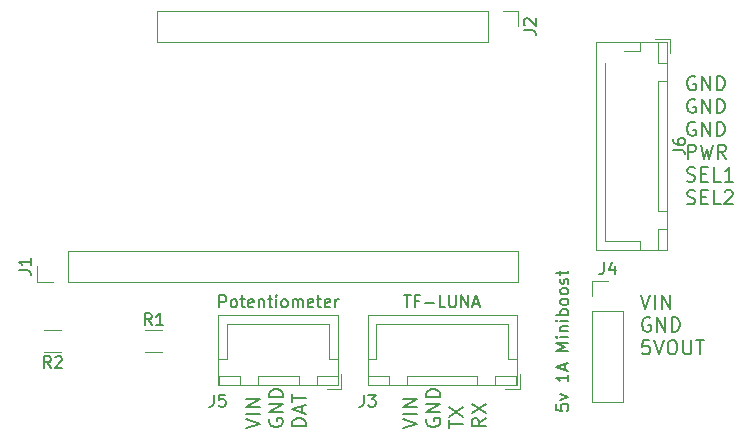
<source format=gbr>
%TF.GenerationSoftware,KiCad,Pcbnew,7.0.7*%
%TF.CreationDate,2024-04-28T08:46:17+01:00*%
%TF.ProjectId,LRF45,4c524634-352e-46b6-9963-61645f706362,rev?*%
%TF.SameCoordinates,Original*%
%TF.FileFunction,Legend,Top*%
%TF.FilePolarity,Positive*%
%FSLAX46Y46*%
G04 Gerber Fmt 4.6, Leading zero omitted, Abs format (unit mm)*
G04 Created by KiCad (PCBNEW 7.0.7) date 2024-04-28 08:46:17*
%MOMM*%
%LPD*%
G01*
G04 APERTURE LIST*
%ADD10C,0.200000*%
%ADD11C,0.150000*%
%ADD12C,0.120000*%
G04 APERTURE END LIST*
D10*
X124318742Y-135644136D02*
X125518742Y-135244136D01*
X125518742Y-135244136D02*
X124318742Y-134844136D01*
X125518742Y-134444136D02*
X124318742Y-134444136D01*
X125518742Y-133872707D02*
X124318742Y-133872707D01*
X124318742Y-133872707D02*
X125518742Y-133186993D01*
X125518742Y-133186993D02*
X124318742Y-133186993D01*
X126307885Y-134844136D02*
X126250742Y-134958422D01*
X126250742Y-134958422D02*
X126250742Y-135129850D01*
X126250742Y-135129850D02*
X126307885Y-135301279D01*
X126307885Y-135301279D02*
X126422171Y-135415564D01*
X126422171Y-135415564D02*
X126536457Y-135472707D01*
X126536457Y-135472707D02*
X126765028Y-135529850D01*
X126765028Y-135529850D02*
X126936457Y-135529850D01*
X126936457Y-135529850D02*
X127165028Y-135472707D01*
X127165028Y-135472707D02*
X127279314Y-135415564D01*
X127279314Y-135415564D02*
X127393600Y-135301279D01*
X127393600Y-135301279D02*
X127450742Y-135129850D01*
X127450742Y-135129850D02*
X127450742Y-135015564D01*
X127450742Y-135015564D02*
X127393600Y-134844136D01*
X127393600Y-134844136D02*
X127336457Y-134786993D01*
X127336457Y-134786993D02*
X126936457Y-134786993D01*
X126936457Y-134786993D02*
X126936457Y-135015564D01*
X127450742Y-134272707D02*
X126250742Y-134272707D01*
X126250742Y-134272707D02*
X127450742Y-133586993D01*
X127450742Y-133586993D02*
X126250742Y-133586993D01*
X127450742Y-133015564D02*
X126250742Y-133015564D01*
X126250742Y-133015564D02*
X126250742Y-132729850D01*
X126250742Y-132729850D02*
X126307885Y-132558421D01*
X126307885Y-132558421D02*
X126422171Y-132444136D01*
X126422171Y-132444136D02*
X126536457Y-132386993D01*
X126536457Y-132386993D02*
X126765028Y-132329850D01*
X126765028Y-132329850D02*
X126936457Y-132329850D01*
X126936457Y-132329850D02*
X127165028Y-132386993D01*
X127165028Y-132386993D02*
X127279314Y-132444136D01*
X127279314Y-132444136D02*
X127393600Y-132558421D01*
X127393600Y-132558421D02*
X127450742Y-132729850D01*
X127450742Y-132729850D02*
X127450742Y-133015564D01*
X129382742Y-135472707D02*
X128182742Y-135472707D01*
X128182742Y-135472707D02*
X128182742Y-135186993D01*
X128182742Y-135186993D02*
X128239885Y-135015564D01*
X128239885Y-135015564D02*
X128354171Y-134901279D01*
X128354171Y-134901279D02*
X128468457Y-134844136D01*
X128468457Y-134844136D02*
X128697028Y-134786993D01*
X128697028Y-134786993D02*
X128868457Y-134786993D01*
X128868457Y-134786993D02*
X129097028Y-134844136D01*
X129097028Y-134844136D02*
X129211314Y-134901279D01*
X129211314Y-134901279D02*
X129325600Y-135015564D01*
X129325600Y-135015564D02*
X129382742Y-135186993D01*
X129382742Y-135186993D02*
X129382742Y-135472707D01*
X129039885Y-134329850D02*
X129039885Y-133758422D01*
X129382742Y-134444136D02*
X128182742Y-134044136D01*
X128182742Y-134044136D02*
X129382742Y-133644136D01*
X128182742Y-133415565D02*
X128182742Y-132729851D01*
X129382742Y-133072708D02*
X128182742Y-133072708D01*
X157725863Y-124318742D02*
X158125863Y-125518742D01*
X158125863Y-125518742D02*
X158525863Y-124318742D01*
X158925863Y-125518742D02*
X158925863Y-124318742D01*
X159497292Y-125518742D02*
X159497292Y-124318742D01*
X159497292Y-124318742D02*
X160183006Y-125518742D01*
X160183006Y-125518742D02*
X160183006Y-124318742D01*
X158525863Y-126307885D02*
X158411578Y-126250742D01*
X158411578Y-126250742D02*
X158240149Y-126250742D01*
X158240149Y-126250742D02*
X158068720Y-126307885D01*
X158068720Y-126307885D02*
X157954435Y-126422171D01*
X157954435Y-126422171D02*
X157897292Y-126536457D01*
X157897292Y-126536457D02*
X157840149Y-126765028D01*
X157840149Y-126765028D02*
X157840149Y-126936457D01*
X157840149Y-126936457D02*
X157897292Y-127165028D01*
X157897292Y-127165028D02*
X157954435Y-127279314D01*
X157954435Y-127279314D02*
X158068720Y-127393600D01*
X158068720Y-127393600D02*
X158240149Y-127450742D01*
X158240149Y-127450742D02*
X158354435Y-127450742D01*
X158354435Y-127450742D02*
X158525863Y-127393600D01*
X158525863Y-127393600D02*
X158583006Y-127336457D01*
X158583006Y-127336457D02*
X158583006Y-126936457D01*
X158583006Y-126936457D02*
X158354435Y-126936457D01*
X159097292Y-127450742D02*
X159097292Y-126250742D01*
X159097292Y-126250742D02*
X159783006Y-127450742D01*
X159783006Y-127450742D02*
X159783006Y-126250742D01*
X160354435Y-127450742D02*
X160354435Y-126250742D01*
X160354435Y-126250742D02*
X160640149Y-126250742D01*
X160640149Y-126250742D02*
X160811578Y-126307885D01*
X160811578Y-126307885D02*
X160925863Y-126422171D01*
X160925863Y-126422171D02*
X160983006Y-126536457D01*
X160983006Y-126536457D02*
X161040149Y-126765028D01*
X161040149Y-126765028D02*
X161040149Y-126936457D01*
X161040149Y-126936457D02*
X160983006Y-127165028D01*
X160983006Y-127165028D02*
X160925863Y-127279314D01*
X160925863Y-127279314D02*
X160811578Y-127393600D01*
X160811578Y-127393600D02*
X160640149Y-127450742D01*
X160640149Y-127450742D02*
X160354435Y-127450742D01*
X158468720Y-128182742D02*
X157897292Y-128182742D01*
X157897292Y-128182742D02*
X157840149Y-128754171D01*
X157840149Y-128754171D02*
X157897292Y-128697028D01*
X157897292Y-128697028D02*
X158011578Y-128639885D01*
X158011578Y-128639885D02*
X158297292Y-128639885D01*
X158297292Y-128639885D02*
X158411578Y-128697028D01*
X158411578Y-128697028D02*
X158468720Y-128754171D01*
X158468720Y-128754171D02*
X158525863Y-128868457D01*
X158525863Y-128868457D02*
X158525863Y-129154171D01*
X158525863Y-129154171D02*
X158468720Y-129268457D01*
X158468720Y-129268457D02*
X158411578Y-129325600D01*
X158411578Y-129325600D02*
X158297292Y-129382742D01*
X158297292Y-129382742D02*
X158011578Y-129382742D01*
X158011578Y-129382742D02*
X157897292Y-129325600D01*
X157897292Y-129325600D02*
X157840149Y-129268457D01*
X158868720Y-128182742D02*
X159268720Y-129382742D01*
X159268720Y-129382742D02*
X159668720Y-128182742D01*
X160297291Y-128182742D02*
X160525863Y-128182742D01*
X160525863Y-128182742D02*
X160640148Y-128239885D01*
X160640148Y-128239885D02*
X160754434Y-128354171D01*
X160754434Y-128354171D02*
X160811577Y-128582742D01*
X160811577Y-128582742D02*
X160811577Y-128982742D01*
X160811577Y-128982742D02*
X160754434Y-129211314D01*
X160754434Y-129211314D02*
X160640148Y-129325600D01*
X160640148Y-129325600D02*
X160525863Y-129382742D01*
X160525863Y-129382742D02*
X160297291Y-129382742D01*
X160297291Y-129382742D02*
X160183006Y-129325600D01*
X160183006Y-129325600D02*
X160068720Y-129211314D01*
X160068720Y-129211314D02*
X160011577Y-128982742D01*
X160011577Y-128982742D02*
X160011577Y-128582742D01*
X160011577Y-128582742D02*
X160068720Y-128354171D01*
X160068720Y-128354171D02*
X160183006Y-128239885D01*
X160183006Y-128239885D02*
X160297291Y-128182742D01*
X161325863Y-128182742D02*
X161325863Y-129154171D01*
X161325863Y-129154171D02*
X161383006Y-129268457D01*
X161383006Y-129268457D02*
X161440149Y-129325600D01*
X161440149Y-129325600D02*
X161554434Y-129382742D01*
X161554434Y-129382742D02*
X161783006Y-129382742D01*
X161783006Y-129382742D02*
X161897291Y-129325600D01*
X161897291Y-129325600D02*
X161954434Y-129268457D01*
X161954434Y-129268457D02*
X162011577Y-129154171D01*
X162011577Y-129154171D02*
X162011577Y-128182742D01*
X162411577Y-128182742D02*
X163097292Y-128182742D01*
X162754434Y-129382742D02*
X162754434Y-128182742D01*
X162335863Y-105879885D02*
X162221578Y-105822742D01*
X162221578Y-105822742D02*
X162050149Y-105822742D01*
X162050149Y-105822742D02*
X161878720Y-105879885D01*
X161878720Y-105879885D02*
X161764435Y-105994171D01*
X161764435Y-105994171D02*
X161707292Y-106108457D01*
X161707292Y-106108457D02*
X161650149Y-106337028D01*
X161650149Y-106337028D02*
X161650149Y-106508457D01*
X161650149Y-106508457D02*
X161707292Y-106737028D01*
X161707292Y-106737028D02*
X161764435Y-106851314D01*
X161764435Y-106851314D02*
X161878720Y-106965600D01*
X161878720Y-106965600D02*
X162050149Y-107022742D01*
X162050149Y-107022742D02*
X162164435Y-107022742D01*
X162164435Y-107022742D02*
X162335863Y-106965600D01*
X162335863Y-106965600D02*
X162393006Y-106908457D01*
X162393006Y-106908457D02*
X162393006Y-106508457D01*
X162393006Y-106508457D02*
X162164435Y-106508457D01*
X162907292Y-107022742D02*
X162907292Y-105822742D01*
X162907292Y-105822742D02*
X163593006Y-107022742D01*
X163593006Y-107022742D02*
X163593006Y-105822742D01*
X164164435Y-107022742D02*
X164164435Y-105822742D01*
X164164435Y-105822742D02*
X164450149Y-105822742D01*
X164450149Y-105822742D02*
X164621578Y-105879885D01*
X164621578Y-105879885D02*
X164735863Y-105994171D01*
X164735863Y-105994171D02*
X164793006Y-106108457D01*
X164793006Y-106108457D02*
X164850149Y-106337028D01*
X164850149Y-106337028D02*
X164850149Y-106508457D01*
X164850149Y-106508457D02*
X164793006Y-106737028D01*
X164793006Y-106737028D02*
X164735863Y-106851314D01*
X164735863Y-106851314D02*
X164621578Y-106965600D01*
X164621578Y-106965600D02*
X164450149Y-107022742D01*
X164450149Y-107022742D02*
X164164435Y-107022742D01*
X162335863Y-107811885D02*
X162221578Y-107754742D01*
X162221578Y-107754742D02*
X162050149Y-107754742D01*
X162050149Y-107754742D02*
X161878720Y-107811885D01*
X161878720Y-107811885D02*
X161764435Y-107926171D01*
X161764435Y-107926171D02*
X161707292Y-108040457D01*
X161707292Y-108040457D02*
X161650149Y-108269028D01*
X161650149Y-108269028D02*
X161650149Y-108440457D01*
X161650149Y-108440457D02*
X161707292Y-108669028D01*
X161707292Y-108669028D02*
X161764435Y-108783314D01*
X161764435Y-108783314D02*
X161878720Y-108897600D01*
X161878720Y-108897600D02*
X162050149Y-108954742D01*
X162050149Y-108954742D02*
X162164435Y-108954742D01*
X162164435Y-108954742D02*
X162335863Y-108897600D01*
X162335863Y-108897600D02*
X162393006Y-108840457D01*
X162393006Y-108840457D02*
X162393006Y-108440457D01*
X162393006Y-108440457D02*
X162164435Y-108440457D01*
X162907292Y-108954742D02*
X162907292Y-107754742D01*
X162907292Y-107754742D02*
X163593006Y-108954742D01*
X163593006Y-108954742D02*
X163593006Y-107754742D01*
X164164435Y-108954742D02*
X164164435Y-107754742D01*
X164164435Y-107754742D02*
X164450149Y-107754742D01*
X164450149Y-107754742D02*
X164621578Y-107811885D01*
X164621578Y-107811885D02*
X164735863Y-107926171D01*
X164735863Y-107926171D02*
X164793006Y-108040457D01*
X164793006Y-108040457D02*
X164850149Y-108269028D01*
X164850149Y-108269028D02*
X164850149Y-108440457D01*
X164850149Y-108440457D02*
X164793006Y-108669028D01*
X164793006Y-108669028D02*
X164735863Y-108783314D01*
X164735863Y-108783314D02*
X164621578Y-108897600D01*
X164621578Y-108897600D02*
X164450149Y-108954742D01*
X164450149Y-108954742D02*
X164164435Y-108954742D01*
X162335863Y-109743885D02*
X162221578Y-109686742D01*
X162221578Y-109686742D02*
X162050149Y-109686742D01*
X162050149Y-109686742D02*
X161878720Y-109743885D01*
X161878720Y-109743885D02*
X161764435Y-109858171D01*
X161764435Y-109858171D02*
X161707292Y-109972457D01*
X161707292Y-109972457D02*
X161650149Y-110201028D01*
X161650149Y-110201028D02*
X161650149Y-110372457D01*
X161650149Y-110372457D02*
X161707292Y-110601028D01*
X161707292Y-110601028D02*
X161764435Y-110715314D01*
X161764435Y-110715314D02*
X161878720Y-110829600D01*
X161878720Y-110829600D02*
X162050149Y-110886742D01*
X162050149Y-110886742D02*
X162164435Y-110886742D01*
X162164435Y-110886742D02*
X162335863Y-110829600D01*
X162335863Y-110829600D02*
X162393006Y-110772457D01*
X162393006Y-110772457D02*
X162393006Y-110372457D01*
X162393006Y-110372457D02*
X162164435Y-110372457D01*
X162907292Y-110886742D02*
X162907292Y-109686742D01*
X162907292Y-109686742D02*
X163593006Y-110886742D01*
X163593006Y-110886742D02*
X163593006Y-109686742D01*
X164164435Y-110886742D02*
X164164435Y-109686742D01*
X164164435Y-109686742D02*
X164450149Y-109686742D01*
X164450149Y-109686742D02*
X164621578Y-109743885D01*
X164621578Y-109743885D02*
X164735863Y-109858171D01*
X164735863Y-109858171D02*
X164793006Y-109972457D01*
X164793006Y-109972457D02*
X164850149Y-110201028D01*
X164850149Y-110201028D02*
X164850149Y-110372457D01*
X164850149Y-110372457D02*
X164793006Y-110601028D01*
X164793006Y-110601028D02*
X164735863Y-110715314D01*
X164735863Y-110715314D02*
X164621578Y-110829600D01*
X164621578Y-110829600D02*
X164450149Y-110886742D01*
X164450149Y-110886742D02*
X164164435Y-110886742D01*
X161707292Y-112818742D02*
X161707292Y-111618742D01*
X161707292Y-111618742D02*
X162164435Y-111618742D01*
X162164435Y-111618742D02*
X162278720Y-111675885D01*
X162278720Y-111675885D02*
X162335863Y-111733028D01*
X162335863Y-111733028D02*
X162393006Y-111847314D01*
X162393006Y-111847314D02*
X162393006Y-112018742D01*
X162393006Y-112018742D02*
X162335863Y-112133028D01*
X162335863Y-112133028D02*
X162278720Y-112190171D01*
X162278720Y-112190171D02*
X162164435Y-112247314D01*
X162164435Y-112247314D02*
X161707292Y-112247314D01*
X162793006Y-111618742D02*
X163078720Y-112818742D01*
X163078720Y-112818742D02*
X163307292Y-111961600D01*
X163307292Y-111961600D02*
X163535863Y-112818742D01*
X163535863Y-112818742D02*
X163821578Y-111618742D01*
X164964435Y-112818742D02*
X164564435Y-112247314D01*
X164278721Y-112818742D02*
X164278721Y-111618742D01*
X164278721Y-111618742D02*
X164735864Y-111618742D01*
X164735864Y-111618742D02*
X164850149Y-111675885D01*
X164850149Y-111675885D02*
X164907292Y-111733028D01*
X164907292Y-111733028D02*
X164964435Y-111847314D01*
X164964435Y-111847314D02*
X164964435Y-112018742D01*
X164964435Y-112018742D02*
X164907292Y-112133028D01*
X164907292Y-112133028D02*
X164850149Y-112190171D01*
X164850149Y-112190171D02*
X164735864Y-112247314D01*
X164735864Y-112247314D02*
X164278721Y-112247314D01*
X161650149Y-114693600D02*
X161821578Y-114750742D01*
X161821578Y-114750742D02*
X162107292Y-114750742D01*
X162107292Y-114750742D02*
X162221578Y-114693600D01*
X162221578Y-114693600D02*
X162278720Y-114636457D01*
X162278720Y-114636457D02*
X162335863Y-114522171D01*
X162335863Y-114522171D02*
X162335863Y-114407885D01*
X162335863Y-114407885D02*
X162278720Y-114293600D01*
X162278720Y-114293600D02*
X162221578Y-114236457D01*
X162221578Y-114236457D02*
X162107292Y-114179314D01*
X162107292Y-114179314D02*
X161878720Y-114122171D01*
X161878720Y-114122171D02*
X161764435Y-114065028D01*
X161764435Y-114065028D02*
X161707292Y-114007885D01*
X161707292Y-114007885D02*
X161650149Y-113893600D01*
X161650149Y-113893600D02*
X161650149Y-113779314D01*
X161650149Y-113779314D02*
X161707292Y-113665028D01*
X161707292Y-113665028D02*
X161764435Y-113607885D01*
X161764435Y-113607885D02*
X161878720Y-113550742D01*
X161878720Y-113550742D02*
X162164435Y-113550742D01*
X162164435Y-113550742D02*
X162335863Y-113607885D01*
X162850149Y-114122171D02*
X163250149Y-114122171D01*
X163421577Y-114750742D02*
X162850149Y-114750742D01*
X162850149Y-114750742D02*
X162850149Y-113550742D01*
X162850149Y-113550742D02*
X163421577Y-113550742D01*
X164507291Y-114750742D02*
X163935863Y-114750742D01*
X163935863Y-114750742D02*
X163935863Y-113550742D01*
X165535863Y-114750742D02*
X164850149Y-114750742D01*
X165193006Y-114750742D02*
X165193006Y-113550742D01*
X165193006Y-113550742D02*
X165078720Y-113722171D01*
X165078720Y-113722171D02*
X164964435Y-113836457D01*
X164964435Y-113836457D02*
X164850149Y-113893600D01*
X161650149Y-116625600D02*
X161821578Y-116682742D01*
X161821578Y-116682742D02*
X162107292Y-116682742D01*
X162107292Y-116682742D02*
X162221578Y-116625600D01*
X162221578Y-116625600D02*
X162278720Y-116568457D01*
X162278720Y-116568457D02*
X162335863Y-116454171D01*
X162335863Y-116454171D02*
X162335863Y-116339885D01*
X162335863Y-116339885D02*
X162278720Y-116225600D01*
X162278720Y-116225600D02*
X162221578Y-116168457D01*
X162221578Y-116168457D02*
X162107292Y-116111314D01*
X162107292Y-116111314D02*
X161878720Y-116054171D01*
X161878720Y-116054171D02*
X161764435Y-115997028D01*
X161764435Y-115997028D02*
X161707292Y-115939885D01*
X161707292Y-115939885D02*
X161650149Y-115825600D01*
X161650149Y-115825600D02*
X161650149Y-115711314D01*
X161650149Y-115711314D02*
X161707292Y-115597028D01*
X161707292Y-115597028D02*
X161764435Y-115539885D01*
X161764435Y-115539885D02*
X161878720Y-115482742D01*
X161878720Y-115482742D02*
X162164435Y-115482742D01*
X162164435Y-115482742D02*
X162335863Y-115539885D01*
X162850149Y-116054171D02*
X163250149Y-116054171D01*
X163421577Y-116682742D02*
X162850149Y-116682742D01*
X162850149Y-116682742D02*
X162850149Y-115482742D01*
X162850149Y-115482742D02*
X163421577Y-115482742D01*
X164507291Y-116682742D02*
X163935863Y-116682742D01*
X163935863Y-116682742D02*
X163935863Y-115482742D01*
X164850149Y-115597028D02*
X164907292Y-115539885D01*
X164907292Y-115539885D02*
X165021578Y-115482742D01*
X165021578Y-115482742D02*
X165307292Y-115482742D01*
X165307292Y-115482742D02*
X165421578Y-115539885D01*
X165421578Y-115539885D02*
X165478720Y-115597028D01*
X165478720Y-115597028D02*
X165535863Y-115711314D01*
X165535863Y-115711314D02*
X165535863Y-115825600D01*
X165535863Y-115825600D02*
X165478720Y-115997028D01*
X165478720Y-115997028D02*
X164793006Y-116682742D01*
X164793006Y-116682742D02*
X165535863Y-116682742D01*
X137626742Y-135644136D02*
X138826742Y-135244136D01*
X138826742Y-135244136D02*
X137626742Y-134844136D01*
X138826742Y-134444136D02*
X137626742Y-134444136D01*
X138826742Y-133872707D02*
X137626742Y-133872707D01*
X137626742Y-133872707D02*
X138826742Y-133186993D01*
X138826742Y-133186993D02*
X137626742Y-133186993D01*
X139615885Y-134844136D02*
X139558742Y-134958422D01*
X139558742Y-134958422D02*
X139558742Y-135129850D01*
X139558742Y-135129850D02*
X139615885Y-135301279D01*
X139615885Y-135301279D02*
X139730171Y-135415564D01*
X139730171Y-135415564D02*
X139844457Y-135472707D01*
X139844457Y-135472707D02*
X140073028Y-135529850D01*
X140073028Y-135529850D02*
X140244457Y-135529850D01*
X140244457Y-135529850D02*
X140473028Y-135472707D01*
X140473028Y-135472707D02*
X140587314Y-135415564D01*
X140587314Y-135415564D02*
X140701600Y-135301279D01*
X140701600Y-135301279D02*
X140758742Y-135129850D01*
X140758742Y-135129850D02*
X140758742Y-135015564D01*
X140758742Y-135015564D02*
X140701600Y-134844136D01*
X140701600Y-134844136D02*
X140644457Y-134786993D01*
X140644457Y-134786993D02*
X140244457Y-134786993D01*
X140244457Y-134786993D02*
X140244457Y-135015564D01*
X140758742Y-134272707D02*
X139558742Y-134272707D01*
X139558742Y-134272707D02*
X140758742Y-133586993D01*
X140758742Y-133586993D02*
X139558742Y-133586993D01*
X140758742Y-133015564D02*
X139558742Y-133015564D01*
X139558742Y-133015564D02*
X139558742Y-132729850D01*
X139558742Y-132729850D02*
X139615885Y-132558421D01*
X139615885Y-132558421D02*
X139730171Y-132444136D01*
X139730171Y-132444136D02*
X139844457Y-132386993D01*
X139844457Y-132386993D02*
X140073028Y-132329850D01*
X140073028Y-132329850D02*
X140244457Y-132329850D01*
X140244457Y-132329850D02*
X140473028Y-132386993D01*
X140473028Y-132386993D02*
X140587314Y-132444136D01*
X140587314Y-132444136D02*
X140701600Y-132558421D01*
X140701600Y-132558421D02*
X140758742Y-132729850D01*
X140758742Y-132729850D02*
X140758742Y-133015564D01*
X141490742Y-135644136D02*
X141490742Y-134958422D01*
X142690742Y-135301279D02*
X141490742Y-135301279D01*
X141490742Y-134672707D02*
X142690742Y-133872707D01*
X141490742Y-133872707D02*
X142690742Y-134672707D01*
X144622742Y-134786993D02*
X144051314Y-135186993D01*
X144622742Y-135472707D02*
X143422742Y-135472707D01*
X143422742Y-135472707D02*
X143422742Y-135015564D01*
X143422742Y-135015564D02*
X143479885Y-134901279D01*
X143479885Y-134901279D02*
X143537028Y-134844136D01*
X143537028Y-134844136D02*
X143651314Y-134786993D01*
X143651314Y-134786993D02*
X143822742Y-134786993D01*
X143822742Y-134786993D02*
X143937028Y-134844136D01*
X143937028Y-134844136D02*
X143994171Y-134901279D01*
X143994171Y-134901279D02*
X144051314Y-135015564D01*
X144051314Y-135015564D02*
X144051314Y-135472707D01*
X143422742Y-134386993D02*
X144622742Y-133586993D01*
X143422742Y-133586993D02*
X144622742Y-134386993D01*
D11*
X147834819Y-101933333D02*
X148549104Y-101933333D01*
X148549104Y-101933333D02*
X148691961Y-101980952D01*
X148691961Y-101980952D02*
X148787200Y-102076190D01*
X148787200Y-102076190D02*
X148834819Y-102219047D01*
X148834819Y-102219047D02*
X148834819Y-102314285D01*
X147930057Y-101504761D02*
X147882438Y-101457142D01*
X147882438Y-101457142D02*
X147834819Y-101361904D01*
X147834819Y-101361904D02*
X147834819Y-101123809D01*
X147834819Y-101123809D02*
X147882438Y-101028571D01*
X147882438Y-101028571D02*
X147930057Y-100980952D01*
X147930057Y-100980952D02*
X148025295Y-100933333D01*
X148025295Y-100933333D02*
X148120533Y-100933333D01*
X148120533Y-100933333D02*
X148263390Y-100980952D01*
X148263390Y-100980952D02*
X148834819Y-101552380D01*
X148834819Y-101552380D02*
X148834819Y-100933333D01*
X121586666Y-132804819D02*
X121586666Y-133519104D01*
X121586666Y-133519104D02*
X121539047Y-133661961D01*
X121539047Y-133661961D02*
X121443809Y-133757200D01*
X121443809Y-133757200D02*
X121300952Y-133804819D01*
X121300952Y-133804819D02*
X121205714Y-133804819D01*
X122539047Y-132804819D02*
X122062857Y-132804819D01*
X122062857Y-132804819D02*
X122015238Y-133281009D01*
X122015238Y-133281009D02*
X122062857Y-133233390D01*
X122062857Y-133233390D02*
X122158095Y-133185771D01*
X122158095Y-133185771D02*
X122396190Y-133185771D01*
X122396190Y-133185771D02*
X122491428Y-133233390D01*
X122491428Y-133233390D02*
X122539047Y-133281009D01*
X122539047Y-133281009D02*
X122586666Y-133376247D01*
X122586666Y-133376247D02*
X122586666Y-133614342D01*
X122586666Y-133614342D02*
X122539047Y-133709580D01*
X122539047Y-133709580D02*
X122491428Y-133757200D01*
X122491428Y-133757200D02*
X122396190Y-133804819D01*
X122396190Y-133804819D02*
X122158095Y-133804819D01*
X122158095Y-133804819D02*
X122062857Y-133757200D01*
X122062857Y-133757200D02*
X122015238Y-133709580D01*
X122063809Y-125394819D02*
X122063809Y-124394819D01*
X122063809Y-124394819D02*
X122444761Y-124394819D01*
X122444761Y-124394819D02*
X122539999Y-124442438D01*
X122539999Y-124442438D02*
X122587618Y-124490057D01*
X122587618Y-124490057D02*
X122635237Y-124585295D01*
X122635237Y-124585295D02*
X122635237Y-124728152D01*
X122635237Y-124728152D02*
X122587618Y-124823390D01*
X122587618Y-124823390D02*
X122539999Y-124871009D01*
X122539999Y-124871009D02*
X122444761Y-124918628D01*
X122444761Y-124918628D02*
X122063809Y-124918628D01*
X123206666Y-125394819D02*
X123111428Y-125347200D01*
X123111428Y-125347200D02*
X123063809Y-125299580D01*
X123063809Y-125299580D02*
X123016190Y-125204342D01*
X123016190Y-125204342D02*
X123016190Y-124918628D01*
X123016190Y-124918628D02*
X123063809Y-124823390D01*
X123063809Y-124823390D02*
X123111428Y-124775771D01*
X123111428Y-124775771D02*
X123206666Y-124728152D01*
X123206666Y-124728152D02*
X123349523Y-124728152D01*
X123349523Y-124728152D02*
X123444761Y-124775771D01*
X123444761Y-124775771D02*
X123492380Y-124823390D01*
X123492380Y-124823390D02*
X123539999Y-124918628D01*
X123539999Y-124918628D02*
X123539999Y-125204342D01*
X123539999Y-125204342D02*
X123492380Y-125299580D01*
X123492380Y-125299580D02*
X123444761Y-125347200D01*
X123444761Y-125347200D02*
X123349523Y-125394819D01*
X123349523Y-125394819D02*
X123206666Y-125394819D01*
X123825714Y-124728152D02*
X124206666Y-124728152D01*
X123968571Y-124394819D02*
X123968571Y-125251961D01*
X123968571Y-125251961D02*
X124016190Y-125347200D01*
X124016190Y-125347200D02*
X124111428Y-125394819D01*
X124111428Y-125394819D02*
X124206666Y-125394819D01*
X124920952Y-125347200D02*
X124825714Y-125394819D01*
X124825714Y-125394819D02*
X124635238Y-125394819D01*
X124635238Y-125394819D02*
X124540000Y-125347200D01*
X124540000Y-125347200D02*
X124492381Y-125251961D01*
X124492381Y-125251961D02*
X124492381Y-124871009D01*
X124492381Y-124871009D02*
X124540000Y-124775771D01*
X124540000Y-124775771D02*
X124635238Y-124728152D01*
X124635238Y-124728152D02*
X124825714Y-124728152D01*
X124825714Y-124728152D02*
X124920952Y-124775771D01*
X124920952Y-124775771D02*
X124968571Y-124871009D01*
X124968571Y-124871009D02*
X124968571Y-124966247D01*
X124968571Y-124966247D02*
X124492381Y-125061485D01*
X125397143Y-124728152D02*
X125397143Y-125394819D01*
X125397143Y-124823390D02*
X125444762Y-124775771D01*
X125444762Y-124775771D02*
X125540000Y-124728152D01*
X125540000Y-124728152D02*
X125682857Y-124728152D01*
X125682857Y-124728152D02*
X125778095Y-124775771D01*
X125778095Y-124775771D02*
X125825714Y-124871009D01*
X125825714Y-124871009D02*
X125825714Y-125394819D01*
X126159048Y-124728152D02*
X126540000Y-124728152D01*
X126301905Y-124394819D02*
X126301905Y-125251961D01*
X126301905Y-125251961D02*
X126349524Y-125347200D01*
X126349524Y-125347200D02*
X126444762Y-125394819D01*
X126444762Y-125394819D02*
X126540000Y-125394819D01*
X126873334Y-125394819D02*
X126873334Y-124728152D01*
X126873334Y-124394819D02*
X126825715Y-124442438D01*
X126825715Y-124442438D02*
X126873334Y-124490057D01*
X126873334Y-124490057D02*
X126920953Y-124442438D01*
X126920953Y-124442438D02*
X126873334Y-124394819D01*
X126873334Y-124394819D02*
X126873334Y-124490057D01*
X127492381Y-125394819D02*
X127397143Y-125347200D01*
X127397143Y-125347200D02*
X127349524Y-125299580D01*
X127349524Y-125299580D02*
X127301905Y-125204342D01*
X127301905Y-125204342D02*
X127301905Y-124918628D01*
X127301905Y-124918628D02*
X127349524Y-124823390D01*
X127349524Y-124823390D02*
X127397143Y-124775771D01*
X127397143Y-124775771D02*
X127492381Y-124728152D01*
X127492381Y-124728152D02*
X127635238Y-124728152D01*
X127635238Y-124728152D02*
X127730476Y-124775771D01*
X127730476Y-124775771D02*
X127778095Y-124823390D01*
X127778095Y-124823390D02*
X127825714Y-124918628D01*
X127825714Y-124918628D02*
X127825714Y-125204342D01*
X127825714Y-125204342D02*
X127778095Y-125299580D01*
X127778095Y-125299580D02*
X127730476Y-125347200D01*
X127730476Y-125347200D02*
X127635238Y-125394819D01*
X127635238Y-125394819D02*
X127492381Y-125394819D01*
X128254286Y-125394819D02*
X128254286Y-124728152D01*
X128254286Y-124823390D02*
X128301905Y-124775771D01*
X128301905Y-124775771D02*
X128397143Y-124728152D01*
X128397143Y-124728152D02*
X128540000Y-124728152D01*
X128540000Y-124728152D02*
X128635238Y-124775771D01*
X128635238Y-124775771D02*
X128682857Y-124871009D01*
X128682857Y-124871009D02*
X128682857Y-125394819D01*
X128682857Y-124871009D02*
X128730476Y-124775771D01*
X128730476Y-124775771D02*
X128825714Y-124728152D01*
X128825714Y-124728152D02*
X128968571Y-124728152D01*
X128968571Y-124728152D02*
X129063810Y-124775771D01*
X129063810Y-124775771D02*
X129111429Y-124871009D01*
X129111429Y-124871009D02*
X129111429Y-125394819D01*
X129968571Y-125347200D02*
X129873333Y-125394819D01*
X129873333Y-125394819D02*
X129682857Y-125394819D01*
X129682857Y-125394819D02*
X129587619Y-125347200D01*
X129587619Y-125347200D02*
X129540000Y-125251961D01*
X129540000Y-125251961D02*
X129540000Y-124871009D01*
X129540000Y-124871009D02*
X129587619Y-124775771D01*
X129587619Y-124775771D02*
X129682857Y-124728152D01*
X129682857Y-124728152D02*
X129873333Y-124728152D01*
X129873333Y-124728152D02*
X129968571Y-124775771D01*
X129968571Y-124775771D02*
X130016190Y-124871009D01*
X130016190Y-124871009D02*
X130016190Y-124966247D01*
X130016190Y-124966247D02*
X129540000Y-125061485D01*
X130301905Y-124728152D02*
X130682857Y-124728152D01*
X130444762Y-124394819D02*
X130444762Y-125251961D01*
X130444762Y-125251961D02*
X130492381Y-125347200D01*
X130492381Y-125347200D02*
X130587619Y-125394819D01*
X130587619Y-125394819D02*
X130682857Y-125394819D01*
X131397143Y-125347200D02*
X131301905Y-125394819D01*
X131301905Y-125394819D02*
X131111429Y-125394819D01*
X131111429Y-125394819D02*
X131016191Y-125347200D01*
X131016191Y-125347200D02*
X130968572Y-125251961D01*
X130968572Y-125251961D02*
X130968572Y-124871009D01*
X130968572Y-124871009D02*
X131016191Y-124775771D01*
X131016191Y-124775771D02*
X131111429Y-124728152D01*
X131111429Y-124728152D02*
X131301905Y-124728152D01*
X131301905Y-124728152D02*
X131397143Y-124775771D01*
X131397143Y-124775771D02*
X131444762Y-124871009D01*
X131444762Y-124871009D02*
X131444762Y-124966247D01*
X131444762Y-124966247D02*
X130968572Y-125061485D01*
X131873334Y-125394819D02*
X131873334Y-124728152D01*
X131873334Y-124918628D02*
X131920953Y-124823390D01*
X131920953Y-124823390D02*
X131968572Y-124775771D01*
X131968572Y-124775771D02*
X132063810Y-124728152D01*
X132063810Y-124728152D02*
X132159048Y-124728152D01*
X105074819Y-122253333D02*
X105789104Y-122253333D01*
X105789104Y-122253333D02*
X105931961Y-122300952D01*
X105931961Y-122300952D02*
X106027200Y-122396190D01*
X106027200Y-122396190D02*
X106074819Y-122539047D01*
X106074819Y-122539047D02*
X106074819Y-122634285D01*
X106074819Y-121253333D02*
X106074819Y-121824761D01*
X106074819Y-121539047D02*
X105074819Y-121539047D01*
X105074819Y-121539047D02*
X105217676Y-121634285D01*
X105217676Y-121634285D02*
X105312914Y-121729523D01*
X105312914Y-121729523D02*
X105360533Y-121824761D01*
X107783333Y-130544819D02*
X107450000Y-130068628D01*
X107211905Y-130544819D02*
X107211905Y-129544819D01*
X107211905Y-129544819D02*
X107592857Y-129544819D01*
X107592857Y-129544819D02*
X107688095Y-129592438D01*
X107688095Y-129592438D02*
X107735714Y-129640057D01*
X107735714Y-129640057D02*
X107783333Y-129735295D01*
X107783333Y-129735295D02*
X107783333Y-129878152D01*
X107783333Y-129878152D02*
X107735714Y-129973390D01*
X107735714Y-129973390D02*
X107688095Y-130021009D01*
X107688095Y-130021009D02*
X107592857Y-130068628D01*
X107592857Y-130068628D02*
X107211905Y-130068628D01*
X108164286Y-129640057D02*
X108211905Y-129592438D01*
X108211905Y-129592438D02*
X108307143Y-129544819D01*
X108307143Y-129544819D02*
X108545238Y-129544819D01*
X108545238Y-129544819D02*
X108640476Y-129592438D01*
X108640476Y-129592438D02*
X108688095Y-129640057D01*
X108688095Y-129640057D02*
X108735714Y-129735295D01*
X108735714Y-129735295D02*
X108735714Y-129830533D01*
X108735714Y-129830533D02*
X108688095Y-129973390D01*
X108688095Y-129973390D02*
X108116667Y-130544819D01*
X108116667Y-130544819D02*
X108735714Y-130544819D01*
X116328333Y-126904819D02*
X115995000Y-126428628D01*
X115756905Y-126904819D02*
X115756905Y-125904819D01*
X115756905Y-125904819D02*
X116137857Y-125904819D01*
X116137857Y-125904819D02*
X116233095Y-125952438D01*
X116233095Y-125952438D02*
X116280714Y-126000057D01*
X116280714Y-126000057D02*
X116328333Y-126095295D01*
X116328333Y-126095295D02*
X116328333Y-126238152D01*
X116328333Y-126238152D02*
X116280714Y-126333390D01*
X116280714Y-126333390D02*
X116233095Y-126381009D01*
X116233095Y-126381009D02*
X116137857Y-126428628D01*
X116137857Y-126428628D02*
X115756905Y-126428628D01*
X117280714Y-126904819D02*
X116709286Y-126904819D01*
X116995000Y-126904819D02*
X116995000Y-125904819D01*
X116995000Y-125904819D02*
X116899762Y-126047676D01*
X116899762Y-126047676D02*
X116804524Y-126142914D01*
X116804524Y-126142914D02*
X116709286Y-126190533D01*
X154606666Y-121594819D02*
X154606666Y-122309104D01*
X154606666Y-122309104D02*
X154559047Y-122451961D01*
X154559047Y-122451961D02*
X154463809Y-122547200D01*
X154463809Y-122547200D02*
X154320952Y-122594819D01*
X154320952Y-122594819D02*
X154225714Y-122594819D01*
X155511428Y-121928152D02*
X155511428Y-122594819D01*
X155273333Y-121547200D02*
X155035238Y-122261485D01*
X155035238Y-122261485D02*
X155654285Y-122261485D01*
X150584819Y-133627143D02*
X150584819Y-134103333D01*
X150584819Y-134103333D02*
X151061009Y-134150952D01*
X151061009Y-134150952D02*
X151013390Y-134103333D01*
X151013390Y-134103333D02*
X150965771Y-134008095D01*
X150965771Y-134008095D02*
X150965771Y-133770000D01*
X150965771Y-133770000D02*
X151013390Y-133674762D01*
X151013390Y-133674762D02*
X151061009Y-133627143D01*
X151061009Y-133627143D02*
X151156247Y-133579524D01*
X151156247Y-133579524D02*
X151394342Y-133579524D01*
X151394342Y-133579524D02*
X151489580Y-133627143D01*
X151489580Y-133627143D02*
X151537200Y-133674762D01*
X151537200Y-133674762D02*
X151584819Y-133770000D01*
X151584819Y-133770000D02*
X151584819Y-134008095D01*
X151584819Y-134008095D02*
X151537200Y-134103333D01*
X151537200Y-134103333D02*
X151489580Y-134150952D01*
X150918152Y-133246190D02*
X151584819Y-133008095D01*
X151584819Y-133008095D02*
X150918152Y-132770000D01*
X151584819Y-131103333D02*
X151584819Y-131674761D01*
X151584819Y-131389047D02*
X150584819Y-131389047D01*
X150584819Y-131389047D02*
X150727676Y-131484285D01*
X150727676Y-131484285D02*
X150822914Y-131579523D01*
X150822914Y-131579523D02*
X150870533Y-131674761D01*
X151299104Y-130722380D02*
X151299104Y-130246190D01*
X151584819Y-130817618D02*
X150584819Y-130484285D01*
X150584819Y-130484285D02*
X151584819Y-130150952D01*
X151584819Y-129055713D02*
X150584819Y-129055713D01*
X150584819Y-129055713D02*
X151299104Y-128722380D01*
X151299104Y-128722380D02*
X150584819Y-128389047D01*
X150584819Y-128389047D02*
X151584819Y-128389047D01*
X151584819Y-127912856D02*
X150918152Y-127912856D01*
X150584819Y-127912856D02*
X150632438Y-127960475D01*
X150632438Y-127960475D02*
X150680057Y-127912856D01*
X150680057Y-127912856D02*
X150632438Y-127865237D01*
X150632438Y-127865237D02*
X150584819Y-127912856D01*
X150584819Y-127912856D02*
X150680057Y-127912856D01*
X150918152Y-127436666D02*
X151584819Y-127436666D01*
X151013390Y-127436666D02*
X150965771Y-127389047D01*
X150965771Y-127389047D02*
X150918152Y-127293809D01*
X150918152Y-127293809D02*
X150918152Y-127150952D01*
X150918152Y-127150952D02*
X150965771Y-127055714D01*
X150965771Y-127055714D02*
X151061009Y-127008095D01*
X151061009Y-127008095D02*
X151584819Y-127008095D01*
X151584819Y-126531904D02*
X150918152Y-126531904D01*
X150584819Y-126531904D02*
X150632438Y-126579523D01*
X150632438Y-126579523D02*
X150680057Y-126531904D01*
X150680057Y-126531904D02*
X150632438Y-126484285D01*
X150632438Y-126484285D02*
X150584819Y-126531904D01*
X150584819Y-126531904D02*
X150680057Y-126531904D01*
X151584819Y-126055714D02*
X150584819Y-126055714D01*
X150965771Y-126055714D02*
X150918152Y-125960476D01*
X150918152Y-125960476D02*
X150918152Y-125770000D01*
X150918152Y-125770000D02*
X150965771Y-125674762D01*
X150965771Y-125674762D02*
X151013390Y-125627143D01*
X151013390Y-125627143D02*
X151108628Y-125579524D01*
X151108628Y-125579524D02*
X151394342Y-125579524D01*
X151394342Y-125579524D02*
X151489580Y-125627143D01*
X151489580Y-125627143D02*
X151537200Y-125674762D01*
X151537200Y-125674762D02*
X151584819Y-125770000D01*
X151584819Y-125770000D02*
X151584819Y-125960476D01*
X151584819Y-125960476D02*
X151537200Y-126055714D01*
X151584819Y-125008095D02*
X151537200Y-125103333D01*
X151537200Y-125103333D02*
X151489580Y-125150952D01*
X151489580Y-125150952D02*
X151394342Y-125198571D01*
X151394342Y-125198571D02*
X151108628Y-125198571D01*
X151108628Y-125198571D02*
X151013390Y-125150952D01*
X151013390Y-125150952D02*
X150965771Y-125103333D01*
X150965771Y-125103333D02*
X150918152Y-125008095D01*
X150918152Y-125008095D02*
X150918152Y-124865238D01*
X150918152Y-124865238D02*
X150965771Y-124770000D01*
X150965771Y-124770000D02*
X151013390Y-124722381D01*
X151013390Y-124722381D02*
X151108628Y-124674762D01*
X151108628Y-124674762D02*
X151394342Y-124674762D01*
X151394342Y-124674762D02*
X151489580Y-124722381D01*
X151489580Y-124722381D02*
X151537200Y-124770000D01*
X151537200Y-124770000D02*
X151584819Y-124865238D01*
X151584819Y-124865238D02*
X151584819Y-125008095D01*
X151584819Y-124103333D02*
X151537200Y-124198571D01*
X151537200Y-124198571D02*
X151489580Y-124246190D01*
X151489580Y-124246190D02*
X151394342Y-124293809D01*
X151394342Y-124293809D02*
X151108628Y-124293809D01*
X151108628Y-124293809D02*
X151013390Y-124246190D01*
X151013390Y-124246190D02*
X150965771Y-124198571D01*
X150965771Y-124198571D02*
X150918152Y-124103333D01*
X150918152Y-124103333D02*
X150918152Y-123960476D01*
X150918152Y-123960476D02*
X150965771Y-123865238D01*
X150965771Y-123865238D02*
X151013390Y-123817619D01*
X151013390Y-123817619D02*
X151108628Y-123770000D01*
X151108628Y-123770000D02*
X151394342Y-123770000D01*
X151394342Y-123770000D02*
X151489580Y-123817619D01*
X151489580Y-123817619D02*
X151537200Y-123865238D01*
X151537200Y-123865238D02*
X151584819Y-123960476D01*
X151584819Y-123960476D02*
X151584819Y-124103333D01*
X151537200Y-123389047D02*
X151584819Y-123293809D01*
X151584819Y-123293809D02*
X151584819Y-123103333D01*
X151584819Y-123103333D02*
X151537200Y-123008095D01*
X151537200Y-123008095D02*
X151441961Y-122960476D01*
X151441961Y-122960476D02*
X151394342Y-122960476D01*
X151394342Y-122960476D02*
X151299104Y-123008095D01*
X151299104Y-123008095D02*
X151251485Y-123103333D01*
X151251485Y-123103333D02*
X151251485Y-123246190D01*
X151251485Y-123246190D02*
X151203866Y-123341428D01*
X151203866Y-123341428D02*
X151108628Y-123389047D01*
X151108628Y-123389047D02*
X151061009Y-123389047D01*
X151061009Y-123389047D02*
X150965771Y-123341428D01*
X150965771Y-123341428D02*
X150918152Y-123246190D01*
X150918152Y-123246190D02*
X150918152Y-123103333D01*
X150918152Y-123103333D02*
X150965771Y-123008095D01*
X150918152Y-122674761D02*
X150918152Y-122293809D01*
X150584819Y-122531904D02*
X151441961Y-122531904D01*
X151441961Y-122531904D02*
X151537200Y-122484285D01*
X151537200Y-122484285D02*
X151584819Y-122389047D01*
X151584819Y-122389047D02*
X151584819Y-122293809D01*
X134286666Y-132804819D02*
X134286666Y-133519104D01*
X134286666Y-133519104D02*
X134239047Y-133661961D01*
X134239047Y-133661961D02*
X134143809Y-133757200D01*
X134143809Y-133757200D02*
X134000952Y-133804819D01*
X134000952Y-133804819D02*
X133905714Y-133804819D01*
X134667619Y-132804819D02*
X135286666Y-132804819D01*
X135286666Y-132804819D02*
X134953333Y-133185771D01*
X134953333Y-133185771D02*
X135096190Y-133185771D01*
X135096190Y-133185771D02*
X135191428Y-133233390D01*
X135191428Y-133233390D02*
X135239047Y-133281009D01*
X135239047Y-133281009D02*
X135286666Y-133376247D01*
X135286666Y-133376247D02*
X135286666Y-133614342D01*
X135286666Y-133614342D02*
X135239047Y-133709580D01*
X135239047Y-133709580D02*
X135191428Y-133757200D01*
X135191428Y-133757200D02*
X135096190Y-133804819D01*
X135096190Y-133804819D02*
X134810476Y-133804819D01*
X134810476Y-133804819D02*
X134715238Y-133757200D01*
X134715238Y-133757200D02*
X134667619Y-133709580D01*
X137695714Y-124394819D02*
X138267142Y-124394819D01*
X137981428Y-125394819D02*
X137981428Y-124394819D01*
X138933809Y-124871009D02*
X138600476Y-124871009D01*
X138600476Y-125394819D02*
X138600476Y-124394819D01*
X138600476Y-124394819D02*
X139076666Y-124394819D01*
X139457619Y-125013866D02*
X140219524Y-125013866D01*
X141171904Y-125394819D02*
X140695714Y-125394819D01*
X140695714Y-125394819D02*
X140695714Y-124394819D01*
X141505238Y-124394819D02*
X141505238Y-125204342D01*
X141505238Y-125204342D02*
X141552857Y-125299580D01*
X141552857Y-125299580D02*
X141600476Y-125347200D01*
X141600476Y-125347200D02*
X141695714Y-125394819D01*
X141695714Y-125394819D02*
X141886190Y-125394819D01*
X141886190Y-125394819D02*
X141981428Y-125347200D01*
X141981428Y-125347200D02*
X142029047Y-125299580D01*
X142029047Y-125299580D02*
X142076666Y-125204342D01*
X142076666Y-125204342D02*
X142076666Y-124394819D01*
X142552857Y-125394819D02*
X142552857Y-124394819D01*
X142552857Y-124394819D02*
X143124285Y-125394819D01*
X143124285Y-125394819D02*
X143124285Y-124394819D01*
X143552857Y-125109104D02*
X144029047Y-125109104D01*
X143457619Y-125394819D02*
X143790952Y-124394819D01*
X143790952Y-124394819D02*
X144124285Y-125394819D01*
X160484819Y-112073333D02*
X161199104Y-112073333D01*
X161199104Y-112073333D02*
X161341961Y-112120952D01*
X161341961Y-112120952D02*
X161437200Y-112216190D01*
X161437200Y-112216190D02*
X161484819Y-112359047D01*
X161484819Y-112359047D02*
X161484819Y-112454285D01*
X160484819Y-111168571D02*
X160484819Y-111359047D01*
X160484819Y-111359047D02*
X160532438Y-111454285D01*
X160532438Y-111454285D02*
X160580057Y-111501904D01*
X160580057Y-111501904D02*
X160722914Y-111597142D01*
X160722914Y-111597142D02*
X160913390Y-111644761D01*
X160913390Y-111644761D02*
X161294342Y-111644761D01*
X161294342Y-111644761D02*
X161389580Y-111597142D01*
X161389580Y-111597142D02*
X161437200Y-111549523D01*
X161437200Y-111549523D02*
X161484819Y-111454285D01*
X161484819Y-111454285D02*
X161484819Y-111263809D01*
X161484819Y-111263809D02*
X161437200Y-111168571D01*
X161437200Y-111168571D02*
X161389580Y-111120952D01*
X161389580Y-111120952D02*
X161294342Y-111073333D01*
X161294342Y-111073333D02*
X161056247Y-111073333D01*
X161056247Y-111073333D02*
X160961009Y-111120952D01*
X160961009Y-111120952D02*
X160913390Y-111168571D01*
X160913390Y-111168571D02*
X160865771Y-111263809D01*
X160865771Y-111263809D02*
X160865771Y-111454285D01*
X160865771Y-111454285D02*
X160913390Y-111549523D01*
X160913390Y-111549523D02*
X160961009Y-111597142D01*
X160961009Y-111597142D02*
X161056247Y-111644761D01*
D12*
%TO.C,J2*%
X147380000Y-100270000D02*
X147380000Y-101600000D01*
X146050000Y-100270000D02*
X147380000Y-100270000D01*
X144780000Y-100270000D02*
X116780000Y-100270000D01*
X144780000Y-100270000D02*
X144780000Y-102930000D01*
X116780000Y-100270000D02*
X116780000Y-102930000D01*
X144780000Y-102930000D02*
X116780000Y-102930000D01*
%TO.C,J5*%
X132390000Y-132290000D02*
X132390000Y-131040000D01*
X132100000Y-132000000D02*
X132100000Y-126030000D01*
X132100000Y-126030000D02*
X121980000Y-126030000D01*
X132090000Y-131990000D02*
X132090000Y-131240000D01*
X132090000Y-131240000D02*
X130290000Y-131240000D01*
X132090000Y-129740000D02*
X131340000Y-129740000D01*
X131340000Y-129740000D02*
X131340000Y-126790000D01*
X131340000Y-126790000D02*
X127040000Y-126790000D01*
X131140000Y-132290000D02*
X132390000Y-132290000D01*
X130290000Y-131990000D02*
X132090000Y-131990000D01*
X130290000Y-131240000D02*
X130290000Y-131990000D01*
X128790000Y-131990000D02*
X128790000Y-131240000D01*
X128790000Y-131240000D02*
X125290000Y-131240000D01*
X125290000Y-131990000D02*
X128790000Y-131990000D01*
X125290000Y-131240000D02*
X125290000Y-131990000D01*
X123790000Y-131990000D02*
X123790000Y-131240000D01*
X123790000Y-131240000D02*
X121990000Y-131240000D01*
X122740000Y-129740000D02*
X122740000Y-126790000D01*
X122740000Y-126790000D02*
X127040000Y-126790000D01*
X121990000Y-131990000D02*
X123790000Y-131990000D01*
X121990000Y-131240000D02*
X121990000Y-131990000D01*
X121990000Y-129740000D02*
X122740000Y-129740000D01*
X121980000Y-132000000D02*
X132100000Y-132000000D01*
X121980000Y-126030000D02*
X121980000Y-132000000D01*
%TO.C,J1*%
X106620000Y-123250000D02*
X106620000Y-121920000D01*
X107950000Y-123250000D02*
X106620000Y-123250000D01*
X109220000Y-123250000D02*
X147380000Y-123250000D01*
X109220000Y-123250000D02*
X109220000Y-120590000D01*
X147380000Y-123250000D02*
X147380000Y-120590000D01*
X109220000Y-120590000D02*
X147380000Y-120590000D01*
%TO.C,R2*%
X108677064Y-129180000D02*
X107222936Y-129180000D01*
X108677064Y-127360000D02*
X107222936Y-127360000D01*
%TO.C,R1*%
X115767936Y-127360000D02*
X117222064Y-127360000D01*
X115767936Y-129180000D02*
X117222064Y-129180000D01*
%TO.C,J4*%
X153610000Y-123140000D02*
X154940000Y-123140000D01*
X153610000Y-124470000D02*
X153610000Y-123140000D01*
X153610000Y-125740000D02*
X153610000Y-133420000D01*
X153610000Y-125740000D02*
X156270000Y-125740000D01*
X153610000Y-133420000D02*
X156270000Y-133420000D01*
X156270000Y-125740000D02*
X156270000Y-133420000D01*
%TO.C,J3*%
X147510000Y-132290000D02*
X147510000Y-131040000D01*
X147220000Y-132000000D02*
X147220000Y-126030000D01*
X147220000Y-126030000D02*
X134600000Y-126030000D01*
X147210000Y-131990000D02*
X147210000Y-131240000D01*
X147210000Y-131240000D02*
X145410000Y-131240000D01*
X147210000Y-129740000D02*
X146460000Y-129740000D01*
X146460000Y-129740000D02*
X146460000Y-126790000D01*
X146460000Y-126790000D02*
X140910000Y-126790000D01*
X146260000Y-132290000D02*
X147510000Y-132290000D01*
X145410000Y-131990000D02*
X147210000Y-131990000D01*
X145410000Y-131240000D02*
X145410000Y-131990000D01*
X143910000Y-131990000D02*
X143910000Y-131240000D01*
X143910000Y-131240000D02*
X137910000Y-131240000D01*
X137910000Y-131990000D02*
X143910000Y-131990000D01*
X137910000Y-131240000D02*
X137910000Y-131990000D01*
X136410000Y-131990000D02*
X136410000Y-131240000D01*
X136410000Y-131240000D02*
X134610000Y-131240000D01*
X135360000Y-129740000D02*
X135360000Y-126790000D01*
X135360000Y-126790000D02*
X140910000Y-126790000D01*
X134610000Y-131990000D02*
X136410000Y-131990000D01*
X134610000Y-131240000D02*
X134610000Y-131990000D01*
X134610000Y-129740000D02*
X135360000Y-129740000D01*
X134600000Y-132000000D02*
X147220000Y-132000000D01*
X134600000Y-126030000D02*
X134600000Y-132000000D01*
%TO.C,J6*%
X160230000Y-102640000D02*
X158980000Y-102640000D01*
X159940000Y-102930000D02*
X153970000Y-102930000D01*
X153970000Y-102930000D02*
X153970000Y-120550000D01*
X159930000Y-102940000D02*
X159180000Y-102940000D01*
X159180000Y-102940000D02*
X159180000Y-104740000D01*
X157680000Y-102940000D02*
X157680000Y-103690000D01*
X157680000Y-103690000D02*
X156340000Y-103690000D01*
X160230000Y-103890000D02*
X160230000Y-102640000D01*
X159930000Y-104740000D02*
X159930000Y-102940000D01*
X159180000Y-104740000D02*
X159930000Y-104740000D01*
X159930000Y-106240000D02*
X159180000Y-106240000D01*
X159180000Y-106240000D02*
X159180000Y-117240000D01*
X154730000Y-111740000D02*
X154730000Y-104750000D01*
X159930000Y-117240000D02*
X159930000Y-106240000D01*
X159180000Y-117240000D02*
X159930000Y-117240000D01*
X159930000Y-118740000D02*
X159180000Y-118740000D01*
X159180000Y-118740000D02*
X159180000Y-120540000D01*
X157680000Y-119790000D02*
X154730000Y-119790000D01*
X154730000Y-119790000D02*
X154730000Y-111740000D01*
X159930000Y-120540000D02*
X159930000Y-118740000D01*
X159180000Y-120540000D02*
X159930000Y-120540000D01*
X157680000Y-120540000D02*
X157680000Y-119790000D01*
X159940000Y-120550000D02*
X159940000Y-102930000D01*
X153970000Y-120550000D02*
X159940000Y-120550000D01*
%TD*%
M02*

</source>
